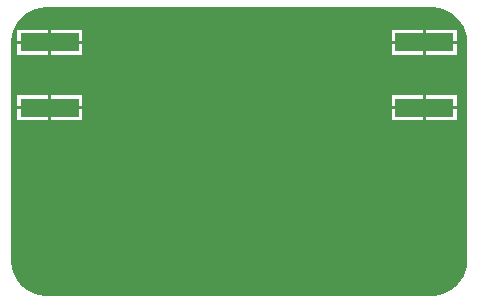
<source format=gbr>
%TF.GenerationSoftware,Altium Limited,Altium Designer,20.0.10 (225)*%
G04 Layer_Physical_Order=2*
G04 Layer_Color=16711680*
%FSLAX26Y26*%
%MOIN*%
%TF.FileFunction,Copper,L2,Bot,Signal*%
%TF.Part,Single*%
G01*
G75*
%TA.AperFunction,SMDPad,CuDef*%
%ADD13R,0.196850X0.062992*%
%TA.AperFunction,ViaPad*%
%ADD16C,0.050000*%
G36*
X3156556Y2892979D02*
X3171511Y2888972D01*
X3185815Y2883047D01*
X3199224Y2875305D01*
X3211507Y2865880D01*
X3222455Y2854932D01*
X3231880Y2842649D01*
X3239622Y2829241D01*
X3245547Y2814936D01*
X3249554Y2799981D01*
X3251575Y2784631D01*
Y2776890D01*
Y2051220D01*
Y2043479D01*
X3249554Y2028129D01*
X3245547Y2013174D01*
X3239622Y1998870D01*
X3231880Y1985461D01*
X3222455Y1973178D01*
X3211507Y1962230D01*
X3199224Y1952805D01*
X3185815Y1945063D01*
X3171511Y1939138D01*
X3156556Y1935131D01*
X3141206Y1933110D01*
X3133465D01*
Y1933110D01*
X1850394Y1933110D01*
X1842652D01*
X1827302Y1935131D01*
X1812347Y1939138D01*
X1798043Y1945063D01*
X1784634Y1952805D01*
X1772351Y1962230D01*
X1761403Y1973178D01*
X1751978Y1985461D01*
X1744236Y1998870D01*
X1738312Y2013174D01*
X1734304Y2028129D01*
X1732284Y2043479D01*
Y2051220D01*
Y2051220D01*
Y2776890D01*
Y2784631D01*
X1734304Y2799981D01*
X1738312Y2814936D01*
X1744236Y2829241D01*
X1751978Y2842649D01*
X1761403Y2854932D01*
X1772351Y2865880D01*
X1784634Y2875305D01*
X1798043Y2883047D01*
X1812347Y2888972D01*
X1827302Y2892979D01*
X1842652Y2895000D01*
X1850394D01*
Y2895000D01*
X3133465Y2895000D01*
X3141206D01*
X3156556Y2892979D01*
D02*
G37*
%LPC*%
G36*
X3216299Y2819839D02*
X3112874D01*
Y2783343D01*
X3216299D01*
Y2819839D01*
D02*
G37*
G36*
X3102874D02*
X2999449D01*
Y2783343D01*
X3102874D01*
Y2819839D01*
D02*
G37*
G36*
X1969055D02*
X1865630D01*
Y2783343D01*
X1969055D01*
Y2819839D01*
D02*
G37*
G36*
X1855630D02*
X1752205D01*
Y2783343D01*
X1855630D01*
Y2819839D01*
D02*
G37*
G36*
X3216299Y2773343D02*
X3112874D01*
Y2736847D01*
X3216299D01*
Y2773343D01*
D02*
G37*
G36*
X3102874D02*
X2999449D01*
Y2736847D01*
X3102874D01*
Y2773343D01*
D02*
G37*
G36*
X1969055Y2773343D02*
X1865630D01*
Y2736847D01*
X1969055D01*
Y2773343D01*
D02*
G37*
G36*
X1855630D02*
X1752205D01*
Y2736847D01*
X1855630D01*
Y2773343D01*
D02*
G37*
G36*
X3216299Y2601728D02*
X3112874D01*
Y2565232D01*
X3216299D01*
Y2601728D01*
D02*
G37*
G36*
X3102874D02*
X2999449D01*
Y2565232D01*
X3102874D01*
Y2601728D01*
D02*
G37*
G36*
X1969055D02*
X1865630D01*
Y2565232D01*
X1969055D01*
Y2601728D01*
D02*
G37*
G36*
X1855630D02*
X1752205D01*
Y2565232D01*
X1855630D01*
Y2601728D01*
D02*
G37*
G36*
X3216299Y2555232D02*
X3112874D01*
Y2518736D01*
X3216299D01*
Y2555232D01*
D02*
G37*
G36*
X3102874D02*
X2999449D01*
Y2518736D01*
X3102874D01*
Y2555232D01*
D02*
G37*
G36*
X1969055Y2555232D02*
X1865630D01*
Y2518736D01*
X1969055D01*
Y2555232D01*
D02*
G37*
G36*
X1855630D02*
X1752205D01*
Y2518736D01*
X1855630D01*
Y2555232D01*
D02*
G37*
%LPD*%
D13*
X3107874Y2778343D02*
D03*
Y2560232D02*
D03*
X1860630D02*
D03*
Y2778343D02*
D03*
D16*
X2190000Y2355000D02*
D03*
X2005000Y2795000D02*
D03*
X1995000Y2580000D02*
D03*
X2692400Y2757662D02*
D03*
X2771927D02*
D03*
X2851455D02*
D03*
X2930982D02*
D03*
X2582185Y2771136D02*
D03*
X2473248Y2766764D02*
D03*
X2505000Y2575000D02*
D03*
X2435000D02*
D03*
X2376491Y2380841D02*
D03*
X2465000Y2380000D02*
D03*
X2536013Y2395836D02*
D03*
X2272342Y2395913D02*
D03*
X2228175Y2766798D02*
D03*
X2272342Y2580913D02*
D03*
X2372185Y2771136D02*
D03*
X2576548Y2336507D02*
D03*
X2579872Y2257049D02*
D03*
X2580616Y2177525D02*
D03*
X2576548Y2098101D02*
D03*
X2753452Y2107662D02*
D03*
X2752610Y2187185D02*
D03*
X2744249Y2266271D02*
D03*
X2753906Y2345211D02*
D03*
Y2424738D02*
D03*
X2755579Y2504248D02*
D03*
X2776724Y2580913D02*
D03*
X2856251D02*
D03*
X2935779D02*
D03*
X2057925Y2757662D02*
D03*
X1998594Y2502947D02*
D03*
X1999698Y2423427D02*
D03*
Y2343900D02*
D03*
X2123743Y2756536D02*
D03*
X1848414Y2073808D02*
D03*
X2400000Y2120000D02*
D03*
%TF.MD5,11b923f901388322ceab00dc4820fca2*%
M02*

</source>
